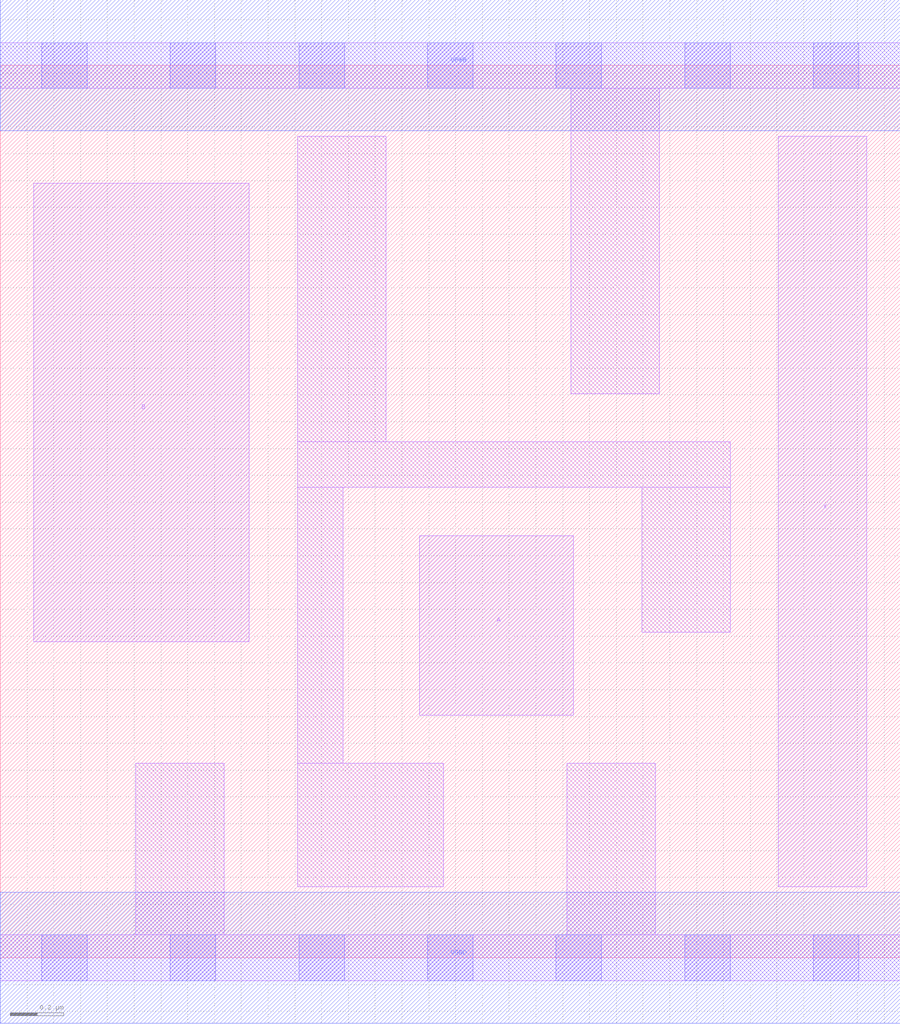
<source format=lef>
# Copyright 2020 The SkyWater PDK Authors
#
# Licensed under the Apache License, Version 2.0 (the "License");
# you may not use this file except in compliance with the License.
# You may obtain a copy of the License at
#
#     https://www.apache.org/licenses/LICENSE-2.0
#
# Unless required by applicable law or agreed to in writing, software
# distributed under the License is distributed on an "AS IS" BASIS,
# WITHOUT WARRANTIES OR CONDITIONS OF ANY KIND, either express or implied.
# See the License for the specific language governing permissions and
# limitations under the License.
#
# SPDX-License-Identifier: Apache-2.0

VERSION 5.7 ;
  NOWIREEXTENSIONATPIN ON ;
  DIVIDERCHAR "/" ;
  BUSBITCHARS "[]" ;
UNITS
  DATABASE MICRONS 200 ;
END UNITS
MACRO sky130_fd_sc_lp__or2_lp2
  CLASS CORE ;
  FOREIGN sky130_fd_sc_lp__or2_lp2 ;
  ORIGIN  0.000000  0.000000 ;
  SIZE  3.360000 BY  3.330000 ;
  SYMMETRY X Y R90 ;
  SITE unit ;
  PIN A
    ANTENNAGATEAREA  0.376000 ;
    DIRECTION INPUT ;
    USE SIGNAL ;
    PORT
      LAYER li1 ;
        RECT 1.565000 0.905000 2.140000 1.575000 ;
    END
  END A
  PIN B
    ANTENNAGATEAREA  0.376000 ;
    DIRECTION INPUT ;
    USE SIGNAL ;
    PORT
      LAYER li1 ;
        RECT 0.125000 1.180000 0.930000 2.890000 ;
    END
  END B
  PIN X
    ANTENNADIFFAREA  0.404700 ;
    DIRECTION OUTPUT ;
    USE SIGNAL ;
    PORT
      LAYER li1 ;
        RECT 2.905000 0.265000 3.235000 3.065000 ;
    END
  END X
  PIN VGND
    DIRECTION INOUT ;
    USE GROUND ;
    PORT
      LAYER met1 ;
        RECT 0.000000 -0.245000 3.360000 0.245000 ;
    END
  END VGND
  PIN VPWR
    DIRECTION INOUT ;
    USE POWER ;
    PORT
      LAYER met1 ;
        RECT 0.000000 3.085000 3.360000 3.575000 ;
    END
  END VPWR
  OBS
    LAYER li1 ;
      RECT 0.000000 -0.085000 3.360000 0.085000 ;
      RECT 0.000000  3.245000 3.360000 3.415000 ;
      RECT 0.505000  0.085000 0.835000 0.725000 ;
      RECT 1.110000  0.265000 1.655000 0.725000 ;
      RECT 1.110000  0.725000 1.280000 1.755000 ;
      RECT 1.110000  1.755000 2.725000 1.925000 ;
      RECT 1.110000  1.925000 1.440000 3.065000 ;
      RECT 2.115000  0.085000 2.445000 0.725000 ;
      RECT 2.130000  2.105000 2.460000 3.245000 ;
      RECT 2.395000  1.215000 2.725000 1.755000 ;
    LAYER mcon ;
      RECT 0.155000 -0.085000 0.325000 0.085000 ;
      RECT 0.155000  3.245000 0.325000 3.415000 ;
      RECT 0.635000 -0.085000 0.805000 0.085000 ;
      RECT 0.635000  3.245000 0.805000 3.415000 ;
      RECT 1.115000 -0.085000 1.285000 0.085000 ;
      RECT 1.115000  3.245000 1.285000 3.415000 ;
      RECT 1.595000 -0.085000 1.765000 0.085000 ;
      RECT 1.595000  3.245000 1.765000 3.415000 ;
      RECT 2.075000 -0.085000 2.245000 0.085000 ;
      RECT 2.075000  3.245000 2.245000 3.415000 ;
      RECT 2.555000 -0.085000 2.725000 0.085000 ;
      RECT 2.555000  3.245000 2.725000 3.415000 ;
      RECT 3.035000 -0.085000 3.205000 0.085000 ;
      RECT 3.035000  3.245000 3.205000 3.415000 ;
  END
END sky130_fd_sc_lp__or2_lp2
END LIBRARY

</source>
